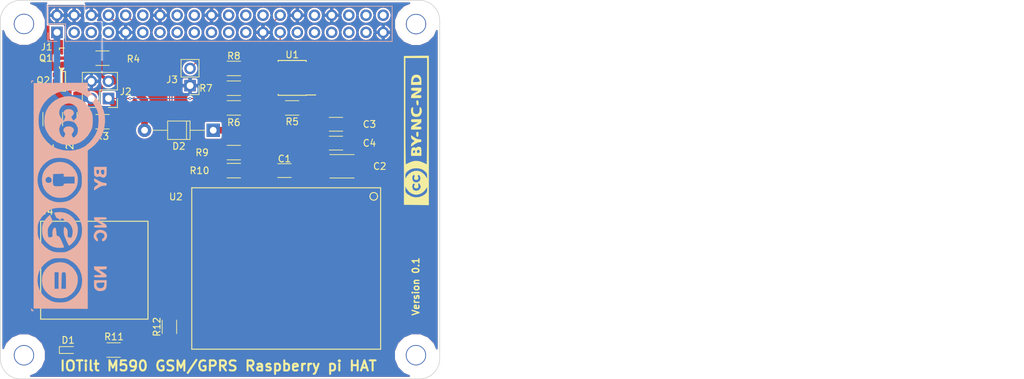
<source format=kicad_pcb>
(kicad_pcb (version 4) (host pcbnew 4.0.6-e0-6349~53~ubuntu16.04.1)
  (layers (0 F.Cu signal hide) (1 In1.Cu signal hide) (2 In2.Cu signal hide) (31 B.Cu signal hide) (34 B.Paste user) (35 F.Paste user) (36 B.SilkS user) (37 F.SilkS user) (38 B.Mask user) (39 F.Mask user) (44 Edge.Cuts user))
  (net 0 "")
  (net 1 GND)
  (net 2 /ID_SD_EEPROM)
  (net 3 /ID_SC_EEPROM)
  (net 4 "Net-(Q1-Pad1)")
  (net 5 "Net-(Q2-Pad1)")
  (net 6 /P5V_HAT)
  (net 7 /P3V3)
  (net 8 /P5V)
  (net 9 /RXD)
  (net 10 /M590/VBAT)
  (net 11 "Net-(D1-Pad2)")
  (net 12 "Net-(J3-Pad2)")
  (net 13 /TXD)
  (net 14 "Net-(R11-Pad1)")
  (net 15 "Net-(J4-Pad7)")
  (net 16 "Net-(J4-Pad1)")
  (net 17 "Net-(J4-Pad2)")
  (net 18 "Net-(J4-Pad3)")
  (net 19 /P3V3_HAT)
  (net 20 /M590/mRXD)
  (net 21 /M590/mTXD)
  (module Resistors_SMD:R_1206_HandSoldering (layer F.Cu) (at 113.087 73.815)
    (fp_text reference R7 (at -4.1275 0) (layer F.SilkS))
    (fp_text value 3.9K)
    (pad 1 smd rect (at -2 0) (size 2 1.7) (layers F.Cu F.Paste F.Mask) (net 7 /P3V3))
    (pad 2 smd rect (at 2 0) (size 2 1.7) (layers F.Cu F.Paste F.Mask) (net 2 /ID_SD_EEPROM))
  )
  (module TO_SOT_Packages_SMD:SOT-23 (layer F.Cu) (at 87.941 69.37 90)
    (fp_text reference Q1 (at 0 -2.667 180) (layer F.SilkS))
    (fp_text value DMG2305UX)
    (pad 1 smd rect (at -0.95 1.00076 90) (size 0.8001 0.8001) (layers F.Cu F.Paste F.Mask) (net 4 "Net-(Q1-Pad1)"))
    (pad 2 smd rect (at 0.95 1.00076 90) (size 0.8001 0.8001) (layers F.Cu F.Paste F.Mask) (net 6 /P5V_HAT))
    (pad 3 smd rect (at 0 -0.99822 90) (size 0.8001 0.8001) (layers F.Cu F.Paste F.Mask) (net 8 /P5V))
  )
  (module TO_SOT_Packages_SMD:SOT-23-6 (layer F.Cu) (at 87.941 72.799)
    (fp_text reference Q2 (at -3.048 -0.127) (layer F.SilkS))
    (fp_text value DMMT5401)
    (pad 1 smd rect (at -1.1 -0.95) (size 1.06 0.65) (layers F.Cu F.Paste F.Mask) (net 5 "Net-(Q2-Pad1)"))
    (pad 2 smd rect (at -1.1 0) (size 1.06 0.65) (layers F.Cu F.Paste F.Mask) (net 5 "Net-(Q2-Pad1)"))
    (pad 3 smd rect (at -1.1 0.95) (size 1.06 0.65) (layers F.Cu F.Paste F.Mask) (net 5 "Net-(Q2-Pad1)"))
    (pad 4 smd rect (at 1.1 0.95) (size 1.06 0.65) (layers F.Cu F.Paste F.Mask) (net 4 "Net-(Q1-Pad1)"))
    (pad 6 smd rect (at 1.1 -0.95) (size 1.06 0.65) (layers F.Cu F.Paste F.Mask) (net 8 /P5V))
    (pad 5 smd rect (at 1.1 0) (size 1.06 0.65) (layers F.Cu F.Paste F.Mask) (net 6 /P5V_HAT))
  )
  (module project_footprints:NPTH_3mm_ID (layer F.Cu) (at 82.04 64.31)
    (fp_text reference H1 (at 0.06 0.09) (layer F.SilkS))
    (fp_text value 3mm_Mounting_Hole)
    (pad "" np_thru_hole circle (at 0 0) (size 3 3) (drill 2.75) (layers *.Cu *.Mask) (clearance 1.6))
  )
  (module project_footprints:NPTH_3mm_ID (layer F.Cu) (at 140.04 64.33)
    (fp_text reference H2 (at 0.06 0.09) (layer F.SilkS))
    (fp_text value 3mm_Mounting_Hole)
    (pad "" np_thru_hole circle (at 0 0) (size 3 3) (drill 2.75) (layers *.Cu *.Mask) (clearance 1.6))
  )
  (module project_footprints:NPTH_3mm_ID (layer F.Cu) (at 82.04 113.32)
    (fp_text reference H3 (at 0.06 0.09) (layer F.SilkS))
    (fp_text value 3mm_Mounting_Hole)
    (pad "" np_thru_hole circle (at 0 0) (size 3 3) (drill 2.75) (layers *.Cu *.Mask) (clearance 1.6))
  )
  (module project_footprints:NPTH_3mm_ID (layer F.Cu) (at 140.03 113.31)
    (fp_text reference H4 (at 0.06 0.09) (layer F.SilkS))
    (fp_text value 3mm_Mounting_Hole)
    (pad "" np_thru_hole circle (at 0 0) (size 3 3) (drill 2.75) (layers *.Cu *.Mask) (clearance 1.6))
  )
  (module Resistors_SMD:R_1206_HandSoldering (layer F.Cu) (at 85.909 78.387 270)
    (fp_text reference R1 (at 4.572 0 270) (layer F.SilkS))
    (fp_text value 22)
    (pad 1 smd rect (at -2 0 270) (size 2 1.7) (layers F.Cu F.Paste F.Mask) (net 5 "Net-(Q2-Pad1)"))
    (pad 2 smd rect (at 2 0 270) (size 2 1.7) (layers F.Cu F.Paste F.Mask) (net 1 GND))
  )
  (module Resistors_SMD:R_1206_HandSoldering (layer F.Cu) (at 88.83 78.387 270)
    (fp_text reference R2 (at 4.572 0 270) (layer F.SilkS))
    (fp_text value 22)
    (pad 1 smd rect (at -2 0 270) (size 2 1.7) (layers F.Cu F.Paste F.Mask) (net 4 "Net-(Q1-Pad1)"))
    (pad 2 smd rect (at 2 0 270) (size 2 1.7) (layers F.Cu F.Paste F.Mask) (net 1 GND))
  )
  (module Resistors_SMD:R_1206_HandSoldering (layer F.Cu) (at 113.087 76.736)
    (fp_text reference R6 (at 0 2.159) (layer F.SilkS))
    (fp_text value 10K)
    (pad 1 smd rect (at -2 0) (size 2 1.7) (layers F.Cu F.Paste F.Mask) (net 7 /P3V3))
    (pad 2 smd rect (at 2 0) (size 2 1.7) (layers F.Cu F.Paste F.Mask) (net 12 "Net-(J3-Pad2)"))
  )
  (module Resistors_SMD:R_1206_HandSoldering (layer F.Cu) (at 113.087 70.894)
    (fp_text reference R8 (at 0 -1.85) (layer F.SilkS))
    (fp_text value 3.9K)
    (pad 1 smd rect (at -2 0) (size 2 1.7) (layers F.Cu F.Paste F.Mask) (net 7 /P3V3))
    (pad 2 smd rect (at 2 0) (size 2 1.7) (layers F.Cu F.Paste F.Mask) (net 3 /ID_SC_EEPROM))
  )
  (module Resistors_SMD:R_1206_HandSoldering (layer F.Cu) (at 113.087 83.34 180)
    (fp_text reference R9 (at 4.699 0 180) (layer F.SilkS))
    (fp_text value 200)
    (pad 1 smd rect (at -2 0 180) (size 2 1.7) (layers F.Cu F.Paste F.Mask) (net 21 /M590/mTXD))
    (pad 2 smd rect (at 2 0 180) (size 2 1.7) (layers F.Cu F.Paste F.Mask) (net 13 /TXD))
  )
  (module Resistors_SMD:R_1206_HandSoldering (layer F.Cu) (at 95.307 112.55 180)
    (fp_text reference R11 (at -0.0635 1.9685 180) (layer F.SilkS))
    (fp_text value 4.7K)
    (pad 1 smd rect (at -2 0 180) (size 2 1.7) (layers F.Cu F.Paste F.Mask) (net 14 "Net-(R11-Pad1)"))
    (pad 2 smd rect (at 2 0 180) (size 2 1.7) (layers F.Cu F.Paste F.Mask) (net 11 "Net-(D1-Pad2)"))
  )
  (module Capacitors_SMD:C_1812_HandSoldering (layer F.Cu) (at 129.089 85.372)
    (fp_text reference C2 (at 5.588 0) (layer F.SilkS))
    (fp_text value 470µF)
    (pad 1 smd rect (at -2.9 0) (size 2.2 3) (layers F.Cu F.Paste F.Mask) (net 10 /M590/VBAT))
    (pad 2 smd rect (at 2.9 0) (size 2.2 3) (layers F.Cu F.Paste F.Mask) (net 1 GND))
  )
  (module LEDs:LED_0603 (layer F.Cu) (at 88.576 112.55)
    (fp_text reference D1 (at 0 -1.4605) (layer F.SilkS))
    (fp_text value LED)
    (pad 2 smd rect (at 0.8 0 180) (size 0.8 0.8) (layers F.Cu F.Paste F.Mask) (net 11 "Net-(D1-Pad2)"))
    (pad 1 smd rect (at -0.8 0 180) (size 0.8 0.8) (layers F.Cu F.Paste F.Mask) (net 1 GND))
  )
  (module Diodes_ThroughHole:D_T-1_P10.16mm_Horizontal (layer F.Cu) (at 110.039 80.038 180)
    (fp_text reference D2 (at 5.08 -2.36 180) (layer F.SilkS))
    (fp_text value 1N4007)
    (pad 1 thru_hole rect (at 0 0 180) (size 2 2) (drill 1) (layers *.Cu *.Mask) (net 10 /M590/VBAT))
    (pad 2 thru_hole oval (at 10.16 0 180) (size 2 2) (drill 1) (layers *.Cu *.Mask) (net 8 /P5V))
  )
  (module Resistors_SMD:R_1206_HandSoldering (layer F.Cu) (at 93.656 78.768)
    (fp_text reference R3 (at 0 2.159) (layer F.SilkS))
    (fp_text value DNP)
    (pad 1 smd rect (at -2 0) (size 2 1.7) (layers F.Cu F.Paste F.Mask) (net 19 /P3V3_HAT))
    (pad 2 smd rect (at 2 0) (size 2 1.7) (layers F.Cu F.Paste F.Mask) (net 7 /P3V3))
  )
  (module Resistors_SMD:R_1206_HandSoldering (layer F.Cu) (at 93.656 69.37)
    (fp_text reference R4 (at 4.572 0.127) (layer F.SilkS))
    (fp_text value DNP)
    (pad 1 smd rect (at -2 0) (size 2 1.7) (layers F.Cu F.Paste F.Mask) (net 6 /P5V_HAT))
    (pad 2 smd rect (at 2 0) (size 2 1.7) (layers F.Cu F.Paste F.Mask) (net 8 /P5V))
  )
  (module Resistors_SMD:R_1206_HandSoldering (layer F.Cu) (at 121.723 76.736)
    (fp_text reference R5 (at 0 2.032) (layer F.SilkS))
    (fp_text value DNP)
    (pad 1 smd rect (at -2 0) (size 2 1.7) (layers F.Cu F.Paste F.Mask) (net 12 "Net-(J3-Pad2)"))
    (pad 2 smd rect (at 2 0) (size 2 1.7) (layers F.Cu F.Paste F.Mask) (net 1 GND))
  )
  (module Resistors_SMD:R_1206_HandSoldering (layer F.Cu) (at 113.087 86.007 180)
    (fp_text reference R10 (at 5.08 0 180) (layer F.SilkS))
    (fp_text value 200)
    (pad 1 smd rect (at -2 0 180) (size 2 1.7) (layers F.Cu F.Paste F.Mask) (net 20 /M590/mRXD))
    (pad 2 smd rect (at 2 0 180) (size 2 1.7) (layers F.Cu F.Paste F.Mask) (net 9 /RXD))
  )
  (module Resistors_SMD:R_1206_HandSoldering (layer F.Cu) (at 103.562 109.121 90)
    (fp_text reference R12 (at 0 -1.85 90) (layer F.SilkS))
    (fp_text value 10K)
    (pad 1 smd rect (at -2 0 90) (size 2 1.7) (layers F.Cu F.Paste F.Mask) (net 15 "Net-(J4-Pad7)"))
    (pad 2 smd rect (at 2 0 90) (size 2 1.7) (layers F.Cu F.Paste F.Mask) (net 16 "Net-(J4-Pad1)"))
  )
  (module Housings_SOIC:SOIC-8_3.9x4.9mm_Pitch1.27mm (layer F.Cu) (at 121.723 72.291 180)
    (fp_text reference U1 (at 0 3.429 180) (layer F.SilkS))
    (fp_text value CAT24C32)
    (pad 1 smd rect (at -2.7 -1.905 180) (size 1.55 0.6) (layers F.Cu F.Paste F.Mask) (net 1 GND))
    (pad 2 smd rect (at -2.7 -0.635 180) (size 1.55 0.6) (layers F.Cu F.Paste F.Mask) (net 1 GND))
    (pad 3 smd rect (at -2.7 0.635 180) (size 1.55 0.6) (layers F.Cu F.Paste F.Mask) (net 1 GND))
    (pad 4 smd rect (at -2.7 1.905 180) (size 1.55 0.6) (layers F.Cu F.Paste F.Mask) (net 1 GND))
    (pad 5 smd rect (at 2.7 1.905 180) (size 1.55 0.6) (layers F.Cu F.Paste F.Mask) (net 3 /ID_SC_EEPROM))
    (pad 6 smd rect (at 2.7 0.635 180) (size 1.55 0.6) (layers F.Cu F.Paste F.Mask) (net 2 /ID_SD_EEPROM))
    (pad 7 smd rect (at 2.7 -0.635 180) (size 1.55 0.6) (layers F.Cu F.Paste F.Mask) (net 12 "Net-(J3-Pad2)"))
    (pad 8 smd rect (at 2.7 -1.905 180) (size 1.55 0.6) (layers F.Cu F.Paste F.Mask) (net 7 /P3V3))
  )
  (module project_footprints:NeowayM590 (layer F.Cu) (at 131.248 89.817 270)
    (fp_text reference U2 (at 0.0635 26.7335 360) (layer F.SilkS))
    (fp_text value NeowayM590)
    (pad 14 smd rect (at 21.336 15.24 270) (size 2.4 1.8) (layers F.Cu F.Paste F.Mask) (net 16 "Net-(J4-Pad1)"))
    (pad 1 smd rect (at 0 0 270) (size 2.4 1.8) (layers F.Cu F.Paste F.Mask) (net 1 GND))
    (pad 2 smd rect (at 0 2.54 270) (size 2.4 1.8) (layers F.Cu F.Paste F.Mask) (net 10 /M590/VBAT))
    (pad 3 smd rect (at 0 5.08 270) (size 2.4 1.8) (layers F.Cu F.Paste F.Mask) (net 10 /M590/VBAT))
    (pad 4 smd rect (at 0 7.62 270) (size 2.4 1.8) (layers F.Cu F.Paste F.Mask) (net 1 GND))
    (pad 5 smd rect (at 0 10.16 270) (size 2.4 1.8) (layers F.Cu F.Paste F.Mask) (net 14 "Net-(R11-Pad1)"))
    (pad 6 smd rect (at 0 12.7 270) (size 2.4 1.8) (layers F.Cu F.Paste F.Mask))
    (pad 7 smd rect (at 0 15.24 270) (size 2.4 1.8) (layers F.Cu F.Paste F.Mask) (net 20 /M590/mRXD))
    (pad 8 smd rect (at 0 17.78 270) (size 2.4 1.8) (layers F.Cu F.Paste F.Mask) (net 21 /M590/mTXD))
    (pad 9 smd rect (at 0 20.32 270) (size 2.4 1.8) (layers F.Cu F.Paste F.Mask))
    (pad 10 smd rect (at 0 22.86 270) (size 2.4 1.8) (layers F.Cu F.Paste F.Mask))
    (pad 11 smd rect (at 21.336 22.86 270) (size 2.4 1.8) (layers F.Cu F.Paste F.Mask) (net 15 "Net-(J4-Pad7)"))
    (pad 12 smd rect (at 21.336 20.32 270) (size 2.4 1.8) (layers F.Cu F.Paste F.Mask) (net 18 "Net-(J4-Pad3)"))
    (pad 13 smd rect (at 21.336 17.78 270) (size 2.4 1.8) (layers F.Cu F.Paste F.Mask) (net 17 "Net-(J4-Pad2)"))
    (pad 15 smd rect (at 21.336 12.7 270) (size 2.4 1.8) (layers F.Cu F.Paste F.Mask) (net 1 GND))
    (pad 16 smd rect (at 21.336 10.16 270) (size 2.4 1.8) (layers F.Cu F.Paste F.Mask))
    (pad 17 smd rect (at 21.336 7.62 270) (size 2.4 1.8) (layers F.Cu F.Paste F.Mask))
    (pad 18 smd rect (at 21.336 5.08 270) (size 2.4 1.8) (layers F.Cu F.Paste F.Mask))
    (pad 19 smd rect (at 21.336 2.54 270) (size 2.4 1.8) (layers F.Cu F.Paste F.Mask) (net 1 GND))
    (pad 20 smd rect (at 21.336 0 270) (size 2.4 1.8) (layers F.Cu F.Paste F.Mask) (net 1 GND))
    (pad 21 smd rect (at 21.336 -2.54 270) (size 1.6 1.2) (layers F.Cu F.Paste F.Mask))
  )
  (module Capacitors_SMD:C_1206_HandSoldering (layer F.Cu) (at 120.58 86.007)
    (fp_text reference C1 (at 0 -1.75) (layer F.SilkS))
    (fp_text value 100pF)
    (pad 1 smd rect (at -2 0) (size 2 1.6) (layers F.Cu F.Paste F.Mask) (net 20 /M590/mRXD))
    (pad 2 smd rect (at 2 0) (size 2 1.6) (layers F.Cu F.Paste F.Mask) (net 1 GND))
  )
  (module Capacitors_SMD:C_1206_HandSoldering (layer F.Cu) (at 128.2 79.149)
    (fp_text reference C3 (at 4.953 0) (layer F.SilkS))
    (fp_text value 0.1µF)
    (pad 1 smd rect (at -2 0) (size 2 1.6) (layers F.Cu F.Paste F.Mask) (net 10 /M590/VBAT))
    (pad 2 smd rect (at 2 0) (size 2 1.6) (layers F.Cu F.Paste F.Mask) (net 1 GND))
  )
  (module Capacitors_SMD:C_1206_HandSoldering (layer F.Cu) (at 128.2 81.943)
    (fp_text reference C4 (at 4.953 0) (layer F.SilkS))
    (fp_text value 100pF)
    (pad 1 smd rect (at -2 0) (size 2 1.6) (layers F.Cu F.Paste F.Mask) (net 10 /M590/VBAT))
    (pad 2 smd rect (at 2 0) (size 2 1.6) (layers F.Cu F.Paste F.Mask) (net 1 GND))
  )
  (module Pin_Headers:Pin_Header_Straight_2x02_Pitch2.54mm (layer F.Cu) (at 94.545 75.339 180)
    (fp_text reference J2 (at -2.54 1.016 180) (layer F.SilkS))
    (fp_text value CONN_02X02)
    (pad 1 thru_hole rect (at 0 0 180) (size 1.7 1.7) (drill 1) (layers *.Cu *.Mask) (net 7 /P3V3))
    (pad 2 thru_hole oval (at 2.54 0 180) (size 1.7 1.7) (drill 1) (layers *.Cu *.Mask) (net 19 /P3V3_HAT))
    (pad 3 thru_hole oval (at 0 2.54 180) (size 1.7 1.7) (drill 1) (layers *.Cu *.Mask) (net 8 /P5V))
    (pad 4 thru_hole oval (at 2.54 2.54 180) (size 1.7 1.7) (drill 1) (layers *.Cu *.Mask) (net 6 /P5V_HAT))
  )
  (module Pin_Headers:Pin_Header_Straight_1x02_Pitch2.54mm (layer F.Cu) (at 106.61 73.434 180)
    (fp_text reference J3 (at 2.667 0.889 180) (layer F.SilkS))
    (fp_text value CONN_01X02)
    (pad 1 thru_hole rect (at 0 0 180) (size 1.7 1.7) (drill 1) (layers *.Cu *.Mask) (net 1 GND))
    (pad 2 thru_hole oval (at 0 2.54 180) (size 1.7 1.7) (drill 1) (layers *.Cu *.Mask) (net 12 "Net-(J3-Pad2)"))
  )
  (module Socket_Strips:Socket_Strip_Straight_2x20_Pitch2.54mm (layer B.Cu) (at 86.925 65.56 270)
    (fp_text reference J1 (at 2.159 1.524 360) (layer F.SilkS))
    (fp_text value 40HAT)
    (pad 1 thru_hole rect (at 0 0 270) (size 1.7 1.7) (drill 1) (layers *.Cu *.Mask) (net 19 /P3V3_HAT))
    (pad 2 thru_hole oval (at -2.54 0 270) (size 1.7 1.7) (drill 1) (layers *.Cu *.Mask) (net 6 /P5V_HAT))
    (pad 3 thru_hole oval (at 0 -2.54 270) (size 1.7 1.7) (drill 1) (layers *.Cu *.Mask))
    (pad 4 thru_hole oval (at -2.54 -2.54 270) (size 1.7 1.7) (drill 1) (layers *.Cu *.Mask) (net 6 /P5V_HAT))
    (pad 5 thru_hole oval (at 0 -5.08 270) (size 1.7 1.7) (drill 1) (layers *.Cu *.Mask))
    (pad 6 thru_hole oval (at -2.54 -5.08 270) (size 1.7 1.7) (drill 1) (layers *.Cu *.Mask) (net 1 GND))
    (pad 7 thru_hole oval (at 0 -7.62 270) (size 1.7 1.7) (drill 1) (layers *.Cu *.Mask))
    (pad 8 thru_hole oval (at -2.54 -7.62 270) (size 1.7 1.7) (drill 1) (layers *.Cu *.Mask) (net 9 /RXD))
    (pad 9 thru_hole oval (at 0 -10.16 270) (size 1.7 1.7) (drill 1) (layers *.Cu *.Mask) (net 1 GND))
    (pad 10 thru_hole oval (at -2.54 -10.16 270) (size 1.7 1.7) (drill 1) (layers *.Cu *.Mask) (net 13 /TXD))
    (pad 11 thru_hole oval (at 0 -12.7 270) (size 1.7 1.7) (drill 1) (layers *.Cu *.Mask))
    (pad 12 thru_hole oval (at -2.54 -12.7 270) (size 1.7 1.7) (drill 1) (layers *.Cu *.Mask))
    (pad 13 thru_hole oval (at 0 -15.24 270) (size 1.7 1.7) (drill 1) (layers *.Cu *.Mask))
    (pad 14 thru_hole oval (at -2.54 -15.24 270) (size 1.7 1.7) (drill 1) (layers *.Cu *.Mask) (net 1 GND))
    (pad 15 thru_hole oval (at 0 -17.78 270) (size 1.7 1.7) (drill 1) (layers *.Cu *.Mask))
    (pad 16 thru_hole oval (at -2.54 -17.78 270) (size 1.7 1.7) (drill 1) (layers *.Cu *.Mask))
    (pad 17 thru_hole oval (at 0 -20.32 270) (size 1.7 1.7) (drill 1) (layers *.Cu *.Mask))
    (pad 18 thru_hole oval (at -2.54 -20.32 270) (size 1.7 1.7) (drill 1) (layers *.Cu *.Mask))
    (pad 19 thru_hole oval (at 0 -22.86 270) (size 1.7 1.7) (drill 1) (layers *.Cu *.Mask))
    (pad 20 thru_hole oval (at -2.54 -22.86 270) (size 1.7 1.7) (drill 1) (layers *.Cu *.Mask) (net 1 GND))
    (pad 21 thru_hole oval (at 0 -25.4 270) (size 1.7 1.7) (drill 1) (layers *.Cu *.Mask))
    (pad 22 thru_hole oval (at -2.54 -25.4 270) (size 1.7 1.7) (drill 1) (layers *.Cu *.Mask))
    (pad 23 thru_hole oval (at 0 -27.94 270) (size 1.7 1.7) (drill 1) (layers *.Cu *.Mask))
    (pad 24 thru_hole oval (at -2.54 -27.94 270) (size 1.7 1.7) (drill 1) (layers *.Cu *.Mask))
    (pad 25 thru_hole oval (at 0 -30.48 270) (size 1.7 1.7) (drill 1) (layers *.Cu *.Mask) (net 1 GND))
    (pad 26 thru_hole oval (at -2.54 -30.48 270) (size 1.7 1.7) (drill 1) (layers *.Cu *.Mask))
    (pad 27 thru_hole oval (at 0 -33.02 270) (size 1.7 1.7) (drill 1) (layers *.Cu *.Mask) (net 2 /ID_SD_EEPROM))
    (pad 28 thru_hole oval (at -2.54 -33.02 270) (size 1.7 1.7) (drill 1) (layers *.Cu *.Mask) (net 3 /ID_SC_EEPROM))
    (pad 29 thru_hole oval (at 0 -35.56 270) (size 1.7 1.7) (drill 1) (layers *.Cu *.Mask))
    (pad 30 thru_hole oval (at -2.54 -35.56 270) (size 1.7 1.7) (drill 1) (layers *.Cu *.Mask) (net 1 GND))
    (pad 31 thru_hole oval (at 0 -38.1 270) (size 1.7 1.7) (drill 1) (layers *.Cu *.Mask))
    (pad 32 thru_hole oval (at -2.54 -38.1 270) (size 1.7 1.7) (drill 1) (layers *.Cu *.Mask))
    (pad 33 thru_hole oval (at 0 -40.64 270) (size 1.7 1.7) (drill 1) (layers *.Cu *.Mask))
    (pad 34 thru_hole oval (at -2.54 -40.64 270) (size 1.7 1.7) (drill 1) (layers *.Cu *.Mask) (net 1 GND))
    (pad 35 thru_hole oval (at 0 -43.18 270) (size 1.7 1.7) (drill 1) (layers *.Cu *.Mask))
    (pad 36 thru_hole oval (at -2.54 -43.18 270) (size 1.7 1.7) (drill 1) (layers *.Cu *.Mask))
    (pad 37 thru_hole oval (at 0 -45.72 270) (size 1.7 1.7) (drill 1) (layers *.Cu *.Mask))
    (pad 38 thru_hole oval (at -2.54 -45.72 270) (size 1.7 1.7) (drill 1) (layers *.Cu *.Mask))
    (pad 39 thru_hole oval (at 0 -48.26 270) (size 1.7 1.7) (drill 1) (layers *.Cu *.Mask) (net 1 GND))
    (pad 40 thru_hole oval (at -2.54 -48.26 270) (size 1.7 1.7) (drill 1) (layers *.Cu *.Mask))
  )
  (module project_footprints:LOGO_CC-by-nc-nd-eu (layer B.Cu) (at 89.0205 89.69 270)
    (fp_text reference G*** hide)
    (fp_text value LOGO hide)
  )
  (module project_footprints:LOGO_CC-by-nc-nd-small (layer F.Cu) (at 140.0745 80.1015 90)
    (fp_text reference G*** hide)
    (fp_text value LOGO hide)
  )
  (module project_footprints:MicroSIMSocket (layer F.Cu) (at 84.512 100.739 270)
    (fp_text reference J4 (at -8.6995 -1.016 540) (layer F.SilkS))
    (fp_text value Micro_SIM_Card)
    (pad 5 smd rect (at -3.429 0 270) (size 1 1.2) (layers F.Cu F.Paste F.Mask) (net 1 GND))
    (pad 1 smd rect (at -2.159 0 270) (size 1 1.2) (layers F.Cu F.Paste F.Mask) (net 16 "Net-(J4-Pad1)"))
    (pad 6 smd rect (at -0.889 0 270) (size 1 1.2) (layers F.Cu F.Paste F.Mask))
    (pad 2 smd rect (at 0.381 0 270) (size 1 1.2) (layers F.Cu F.Paste F.Mask) (net 17 "Net-(J4-Pad2)"))
    (pad 7 smd rect (at 1.651 0 270) (size 1 1.2) (layers F.Cu F.Paste F.Mask) (net 15 "Net-(J4-Pad7)"))
    (pad 3 smd rect (at 2.921 0 270) (size 1 1.2) (layers F.Cu F.Paste F.Mask) (net 18 "Net-(J4-Pad3)"))
    (pad 5 smd rect (at -7.239 -10.795 270) (size 1.5 1.7) (layers F.Cu F.Paste F.Mask) (net 1 GND))
    (pad 5 smd rect (at 7.239 -10.795 270) (size 1.5 1.7) (layers F.Cu F.Paste F.Mask) (net 1 GND))
  )
  (gr_text "Version 0.1" (at 140.011 103.152 90) (layer F.SilkS) (effects (font (size 1 1) (thickness 0.2))))
  (gr_text "IOTilt M590 GSM/GPRS Raspberry pi HAT" (at 110.801 114.8995) (layer F.SilkS) (effects (font (size 1.5 1.5) (thickness 0.3))))
  (gr_line (start 78.546356 63.817611) (end 78.546356 113.817611) (layer Edge.Cuts) (width 0.1))
  (gr_arc (start 81.546356 63.817611) (end 81.546356 60.817611) (angle -90) (layer Edge.Cuts) (width 0.1))
  (gr_line (start 140.546356 60.817611) (end 81.546356 60.817611) (layer Edge.Cuts) (width 0.1))
  (gr_arc (start 140.546356 63.817611) (end 143.546356 63.817611) (angle -90) (layer Edge.Cuts) (width 0.1))
  (gr_line (start 143.546356 113.817611) (end 143.546356 63.817611) (layer Edge.Cuts) (width 0.1))
  (gr_arc (start 81.546356 113.817611) (end 78.546356 113.817611) (angle -90) (layer Edge.Cuts) (width 0.1))
  (gr_line (start 81.546356 116.817611) (end 140.546356 116.817611) (layer Edge.Cuts) (width 0.1))
  (gr_arc (start 140.546356 113.817611) (end 140.546356 116.817611) (angle -89.9) (layer Edge.Cuts) (width 0.1))
  (segment (start 117.024 73.053) (end 117.278 72.799) (width 0.15) (layer F.Cu) (net 2))
  (segment (start 117.278 72.799) (end 117.278 72.164) (width 0.15) (layer F.Cu) (net 2))
  (segment (start 116.643 73.434) (end 117.024 73.053) (width 0.15) (layer F.Cu) (net 2))
  (segment (start 117.278 72.164) (end 117.786 71.656) (width 0.15) (layer F.Cu) (net 2))
  (segment (start 117.786 71.656) (end 119.023 71.656) (width 0.15) (layer F.Cu) (net 2))
  (segment (start 115.087 73.815) (end 116.262 73.815) (width 0.15) (layer F.Cu) (net 2))
  (segment (start 116.262 73.815) (end 116.643 73.434) (width 0.15) (layer F.Cu) (net 2))
  (segment (start 118.421 71.656) (end 119.023 71.656) (width 0.15) (layer F.Cu) (net 2))
  (segment (start 120.072 71.656) (end 119.023 71.656) (width 0.15) (layer F.Cu) (net 2))
  (segment (start 119.945 65.56) (end 119.945 68.989) (width 0.15) (layer F.Cu) (net 2))
  (segment (start 119.945 68.989) (end 120.326 69.37) (width 0.15) (layer F.Cu) (net 2))
  (segment (start 120.326 69.37) (end 120.326 71.402) (width 0.15) (layer F.Cu) (net 2))
  (segment (start 120.326 71.402) (end 120.072 71.656) (width 0.15) (layer F.Cu) (net 2))
  (segment (start 119.94 65.59) (end 119.94 66.19) (width 0.15) (layer F.Cu) (net 2))
  (segment (start 119.94 66.06) (end 119.94 65.59) (width 0.25) (layer B.Cu) (net 2))
  (segment (start 118.675 66.195) (end 119.564 67.084) (width 0.15) (layer F.Cu) (net 3))
  (segment (start 119.564 69.845) (end 119.023 70.386) (width 0.15) (layer F.Cu) (net 3))
  (segment (start 119.564 67.084) (end 119.564 69.845) (width 0.15) (layer F.Cu) (net 3))
  (segment (start 117.151 70.894) (end 117.278 70.894) (width 0.15) (layer F.Cu) (net 3))
  (segment (start 117.786 70.386) (end 119.023 70.386) (width 0.15) (layer F.Cu) (net 3))
  (segment (start 115.087 70.894) (end 117.151 70.894) (width 0.15) (layer F.Cu) (net 3))
  (segment (start 117.278 70.894) (end 117.786 70.386) (width 0.15) (layer F.Cu) (net 3))
  (segment (start 119.945 63.02) (end 118.675 64.29) (width 0.15) (layer F.Cu) (net 3))
  (segment (start 118.675 64.29) (end 118.675 66.195) (width 0.15) (layer F.Cu) (net 3))
  (segment (start 119.94 63.05) (end 119.915 63.05) (width 0.15) (layer F.Cu) (net 3))
  (segment (start 119.94 63.05) (end 119.85 63.05) (width 0.15) (layer F.Cu) (net 3))
  (segment (start 88.94176 70.32) (end 88.94176 70.40124) (width 0.5) (layer F.Cu) (net 4))
  (segment (start 88.94176 70.40124) (end 87.941 71.402) (width 0.5) (layer F.Cu) (net 4))
  (segment (start 87.941 71.402) (end 87.941 73.434) (width 0.5) (layer F.Cu) (net 4))
  (segment (start 87.941 73.434) (end 88.256 73.749) (width 0.5) (layer F.Cu) (net 4))
  (segment (start 88.256 73.749) (end 89.041 73.749) (width 0.5) (layer F.Cu) (net 4))
  (segment (start 88.83 76.387) (end 88.83 73.96) (width 0.5) (layer F.Cu) (net 4))
  (segment (start 88.83 73.96) (end 89.041 73.749) (width 0.5) (layer F.Cu) (net 4))
  (segment (start 85.909 76.387) (end 85.909 74.681) (width 0.5) (layer F.Cu) (net 5))
  (segment (start 85.909 74.681) (end 86.841 73.749) (width 0.5) (layer F.Cu) (net 5))
  (segment (start 86.841 72.799) (end 86.841 73.749) (width 0.5) (layer F.Cu) (net 5))
  (segment (start 86.841 71.849) (end 86.841 72.799) (width 0.5) (layer F.Cu) (net 5))
  (segment (start 89.041 72.799) (end 92.005 72.799) (width 0.5) (layer F.Cu) (net 6))
  (segment (start 94.545 75.339) (end 97.72 75.339) (width 0.15) (layer F.Cu) (net 7))
  (segment (start 106.61 75.339) (end 111.087 75.339) (width 0.15) (layer F.Cu) (net 7))
  (via (at 106.61 75.339) (size 0.4) (drill 0.2) (layers F.Cu B.Cu) (net 7))
  (segment (start 97.72 75.339) (end 106.61 75.339) (width 0.15) (layer B.Cu) (net 7))
  (via (at 97.72 75.339) (size 0.4) (drill 0.2) (layers F.Cu B.Cu) (net 7))
  (segment (start 111.087 75.339) (end 111.055 75.339) (width 0.15) (layer F.Cu) (net 7))
  (segment (start 111.055 75.339) (end 111.087 75.339) (width 0.15) (layer F.Cu) (net 7))
  (segment (start 110.579 76.228) (end 111.087 76.736) (width 0.15) (layer F.Cu) (net 7))
  (segment (start 110.42 73.815) (end 111.087 73.815) (width 0.15) (layer F.Cu) (net 7))
  (segment (start 95.656 78.768) (end 95.656 76.45) (width 1) (layer F.Cu) (net 7))
  (segment (start 95.656 76.45) (end 94.545 75.339) (width 1) (layer F.Cu) (net 7))
  (segment (start 119.023 74.196) (end 118.167 74.196) (width 0.15) (layer F.Cu) (net 7))
  (segment (start 112.357 78.006) (end 111.087 76.736) (width 0.15) (layer F.Cu) (net 7))
  (segment (start 116.389 78.006) (end 112.357 78.006) (width 0.15) (layer F.Cu) (net 7))
  (segment (start 116.643 77.752) (end 116.389 78.006) (width 0.15) (layer F.Cu) (net 7))
  (segment (start 116.643 76.101) (end 116.643 77.752) (width 0.15) (layer F.Cu) (net 7))
  (segment (start 117.913 74.831) (end 116.643 76.101) (width 0.15) (layer F.Cu) (net 7))
  (segment (start 117.913 74.45) (end 117.913 74.831) (width 0.15) (layer F.Cu) (net 7))
  (segment (start 118.167 74.196) (end 117.913 74.45) (width 0.15) (layer F.Cu) (net 7))
  (segment (start 111.087 73.815) (end 111.087 75.339) (width 0.15) (layer F.Cu) (net 7))
  (segment (start 111.087 75.339) (end 111.087 76.736) (width 0.15) (layer F.Cu) (net 7))
  (segment (start 111.087 70.894) (end 111.087 73.815) (width 0.15) (layer F.Cu) (net 7))
  (segment (start 95.656 69.37) (end 95.656 72.069) (width 1) (layer F.Cu) (net 8))
  (segment (start 95.656 72.069) (end 94.926 72.799) (width 1) (layer F.Cu) (net 8))
  (segment (start 94.926 72.799) (end 94.545 72.799) (width 1) (layer F.Cu) (net 8))
  (segment (start 94.545 72.799) (end 97.085 72.799) (width 1) (layer F.Cu) (net 8))
  (segment (start 97.085 72.799) (end 99.879 75.593) (width 1) (layer F.Cu) (net 8))
  (segment (start 99.879 75.593) (end 99.879 80.038) (width 1) (layer F.Cu) (net 8))
  (segment (start 94.545 72.799) (end 94.418 72.799) (width 0.5) (layer F.Cu) (net 8))
  (segment (start 94.418 72.799) (end 92.513 70.894) (width 0.5) (layer F.Cu) (net 8))
  (segment (start 89.973 70.894) (end 92.513 70.894) (width 0.5) (layer F.Cu) (net 8))
  (segment (start 94.545 72.291) (end 94.545 72.799) (width 0.5) (layer F.Cu) (net 8))
  (segment (start 86.94278 69.37) (end 89.592 69.37) (width 0.5) (layer F.Cu) (net 8))
  (segment (start 89.973 71.148) (end 89.272 71.849) (width 0.5) (layer F.Cu) (net 8))
  (segment (start 89.973 69.751) (end 89.973 70.894) (width 0.5) (layer F.Cu) (net 8))
  (segment (start 89.973 70.894) (end 89.973 71.148) (width 0.5) (layer F.Cu) (net 8))
  (segment (start 89.592 69.37) (end 89.973 69.751) (width 0.5) (layer F.Cu) (net 8))
  (segment (start 89.272 71.849) (end 89.041 71.849) (width 0.5) (layer F.Cu) (net 8))
  (segment (start 103.592998 77.371) (end 103.592998 77.388976) (width 0.15) (layer F.Cu) (net 9))
  (segment (start 109.658 85.499) (end 110.166 86.007) (width 0.15) (layer F.Cu) (net 9))
  (segment (start 109.658 83.453978) (end 109.658 85.499) (width 0.15) (layer F.Cu) (net 9))
  (segment (start 103.592998 77.388976) (end 109.658 83.453978) (width 0.15) (layer F.Cu) (net 9))
  (segment (start 110.166 86.007) (end 111.087 86.007) (width 0.15) (layer F.Cu) (net 9))
  (segment (start 96.323 66.703) (end 96.45 66.83) (width 0.15) (layer F.Cu) (net 9))
  (segment (start 96.45 66.83) (end 97.974 66.83) (width 0.15) (layer F.Cu) (net 9))
  (segment (start 95.815 66.195) (end 96.323 66.703) (width 0.15) (layer F.Cu) (net 9))
  (segment (start 103.592998 72.448998) (end 103.592998 77.371) (width 0.15) (layer F.Cu) (net 9))
  (segment (start 97.974 66.83) (end 103.592998 72.448998) (width 0.15) (layer F.Cu) (net 9))
  (segment (start 95.815 64.29) (end 94.545 63.02) (width 0.15) (layer F.Cu) (net 9))
  (segment (start 95.815 66.195) (end 95.815 64.29) (width 0.15) (layer F.Cu) (net 9))
  (segment (start 126.2 85.361) (end 126.189 85.372) (width 1) (layer F.Cu) (net 10))
  (segment (start 126.2 81.943) (end 126.2 85.361) (width 1) (layer F.Cu) (net 10))
  (segment (start 110.039 80.038) (end 126.2 80.038) (width 1) (layer F.Cu) (net 10))
  (segment (start 126.2 80.038) (end 126.168 80.038) (width 1) (layer F.Cu) (net 10))
  (segment (start 126.168 80.038) (end 126.2 80.038) (width 1) (layer F.Cu) (net 10))
  (segment (start 128.708 89.817) (end 126.168 89.817) (width 1) (layer F.Cu) (net 10))
  (segment (start 126.168 89.817) (end 126.189 89.796) (width 1) (layer F.Cu) (net 10))
  (segment (start 126.189 89.796) (end 126.189 81.954) (width 1) (layer F.Cu) (net 10))
  (segment (start 126.189 81.954) (end 126.2 81.943) (width 1) (layer F.Cu) (net 10))
  (segment (start 126.2 81.943) (end 126.2 80.038) (width 1) (layer F.Cu) (net 10))
  (segment (start 126.2 80.038) (end 126.2 79.149) (width 1) (layer F.Cu) (net 10))
  (segment (start 128.687 89.796) (end 128.708 89.817) (width 0.15) (layer F.Cu) (net 10))
  (segment (start 89.376 112.55) (end 93.307 112.55) (width 0.15) (layer F.Cu) (net 11))
  (segment (start 106.61 70.894) (end 108.261 69.243) (width 0.15) (layer F.Cu) (net 12))
  (segment (start 113.722 76.736) (end 115.087 76.736) (width 0.15) (layer F.Cu) (net 12))
  (segment (start 113.087 76.101) (end 113.722 76.736) (width 0.15) (layer F.Cu) (net 12))
  (segment (start 113.087 69.751) (end 113.087 76.101) (width 0.15) (layer F.Cu) (net 12))
  (segment (start 112.579 69.243) (end 113.087 69.751) (width 0.15) (layer F.Cu) (net 12))
  (segment (start 108.261 69.243) (end 112.579 69.243) (width 0.15) (layer F.Cu) (net 12))
  (segment (start 119.023 72.926) (end 120.072 72.926) (width 0.15) (layer F.Cu) (net 12))
  (segment (start 119.723 75.688) (end 119.723 76.736) (width 0.15) (layer F.Cu) (net 12))
  (segment (start 120.326 75.085) (end 119.723 75.688) (width 0.15) (layer F.Cu) (net 12))
  (segment (start 120.326 73.18) (end 120.326 75.085) (width 0.15) (layer F.Cu) (net 12))
  (segment (start 120.072 72.926) (end 120.326 73.18) (width 0.15) (layer F.Cu) (net 12))
  (segment (start 117.278 73.688) (end 117.278 73.434) (width 0.15) (layer F.Cu) (net 12))
  (segment (start 115.246 76.736) (end 117.278 74.704) (width 0.15) (layer F.Cu) (net 12))
  (segment (start 117.278 73.688) (end 117.278 74.704) (width 0.15) (layer F.Cu) (net 12))
  (segment (start 117.786 72.926) (end 119.023 72.926) (width 0.15) (layer F.Cu) (net 12))
  (segment (start 117.278 73.434) (end 117.786 72.926) (width 0.15) (layer F.Cu) (net 12))
  (segment (start 115.087 76.736) (end 115.246 76.736) (width 0.15) (layer F.Cu) (net 12))
  (segment (start 98.482 66.83) (end 98.355 66.703) (width 0.15) (layer F.Cu) (net 13))
  (segment (start 103.943 72.291) (end 103.943 77.244) (width 0.15) (layer F.Cu) (net 13))
  (segment (start 98.482 66.83) (end 103.943 72.291) (width 0.15) (layer F.Cu) (net 13))
  (segment (start 110.039 83.34) (end 103.943 77.244) (width 0.15) (layer F.Cu) (net 13))
  (segment (start 110.039 83.34) (end 111.087 83.34) (width 0.15) (layer F.Cu) (net 13))
  (segment (start 97.085 63.02) (end 97.212 63.02) (width 0.15) (layer F.Cu) (net 13))
  (segment (start 97.212 63.02) (end 98.355 64.163) (width 0.15) (layer F.Cu) (net 13))
  (segment (start 98.355 64.163) (end 98.355 66.703) (width 0.15) (layer F.Cu) (net 13))
  (segment (start 97.307 112.55) (end 97.307 110.74) (width 0.15) (layer F.Cu) (net 14))
  (segment (start 121.088 94.008) (end 121.088 89.817) (width 0.15) (layer F.Cu) (net 14))
  (segment (start 119.691 95.405) (end 121.088 94.008) (width 0.15) (layer F.Cu) (net 14))
  (segment (start 82.988 95.405) (end 119.691 95.405) (width 0.15) (layer F.Cu) (net 14))
  (segment (start 81.972 96.421) (end 82.988 95.405) (width 0.15) (layer F.Cu) (net 14))
  (segment (start 81.972 105.819) (end 81.972 96.421) (width 0.15) (layer F.Cu) (net 14))
  (segment (start 86.29 110.137) (end 81.972 105.819) (width 0.15) (layer F.Cu) (net 14))
  (segment (start 96.704 110.137) (end 86.29 110.137) (width 0.15) (layer F.Cu) (net 14))
  (segment (start 97.307 110.74) (end 96.704 110.137) (width 0.15) (layer F.Cu) (net 14))
  (segment (start 83.496 104.295) (end 83.75 104.549) (width 0.15) (layer F.Cu) (net 15))
  (segment (start 95.307 104.549) (end 95.815 105.057) (width 0.15) (layer F.Cu) (net 15))
  (segment (start 101.911 111.153) (end 103.53 111.153) (width 0.15) (layer F.Cu) (net 15))
  (segment (start 101.657 110.899) (end 101.911 111.153) (width 0.15) (layer F.Cu) (net 15))
  (segment (start 95.815 105.057) (end 101.657 110.899) (width 0.15) (layer F.Cu) (net 15))
  (segment (start 103.53 111.153) (end 103.562 111.121) (width 0.15) (layer F.Cu) (net 15))
  (segment (start 83.75 102.39) (end 83.496 102.644) (width 0.15) (layer F.Cu) (net 15))
  (segment (start 83.75 104.549) (end 95.307 104.549) (width 0.15) (layer F.Cu) (net 15))
  (segment (start 83.496 102.644) (end 83.496 104.295) (width 0.15) (layer F.Cu) (net 15))
  (segment (start 84.512 102.39) (end 83.75 102.39) (width 0.15) (layer F.Cu) (net 15))
  (segment (start 103.562 111.121) (end 108.356 111.121) (width 0.15) (layer F.Cu) (net 15))
  (segment (start 108.356 111.121) (end 108.388 111.153) (width 0.15) (layer F.Cu) (net 15))
  (segment (start 85.274 98.58) (end 85.401 98.707) (width 0.15) (layer F.Cu) (net 16))
  (segment (start 100.895 108.613) (end 103.592998 108.613) (width 0.15) (layer F.Cu) (net 16))
  (segment (start 95.688 103.406) (end 100.895 108.613) (width 0.15) (layer F.Cu) (net 16))
  (segment (start 86.149978 103.406) (end 95.688 103.406) (width 0.15) (layer F.Cu) (net 16))
  (segment (start 85.751002 103.007024) (end 86.149978 103.406) (width 0.15) (layer F.Cu) (net 16))
  (segment (start 85.751002 100.962002) (end 85.751002 103.007024) (width 0.15) (layer F.Cu) (net 16))
  (segment (start 85.401 100.612) (end 85.751002 100.962002) (width 0.15) (layer F.Cu) (net 16))
  (segment (start 85.401 98.707) (end 85.401 100.612) (width 0.15) (layer F.Cu) (net 16))
  (segment (start 105.467 108.613) (end 103.592998 108.613) (width 0.15) (layer F.Cu) (net 16))
  (segment (start 116.008 109.883) (end 114.738 108.613) (width 0.15) (layer F.Cu) (net 16))
  (segment (start 116.008 111.153) (end 116.008 109.883) (width 0.15) (layer F.Cu) (net 16))
  (segment (start 105.467 108.613) (end 114.738 108.613) (width 0.15) (layer F.Cu) (net 16))
  (segment (start 103.562 108.582002) (end 103.562 107.121) (width 0.15) (layer F.Cu) (net 16))
  (segment (start 103.592998 108.613) (end 103.562 108.582002) (width 0.15) (layer F.Cu) (net 16))
  (segment (start 85.274 98.58) (end 84.512 98.58) (width 0.15) (layer F.Cu) (net 16))
  (segment (start 102.8 106.359) (end 103.562 107.121) (width 0.15) (layer F.Cu) (net 16))
  (segment (start 95.434 103.817998) (end 95.565954 103.817998) (width 0.15) (layer F.Cu) (net 17))
  (segment (start 100.741956 108.994) (end 112.579 108.994) (width 0.15) (layer F.Cu) (net 17))
  (segment (start 95.565954 103.817998) (end 100.741956 108.994) (width 0.15) (layer F.Cu) (net 17))
  (segment (start 94.926 103.817998) (end 95.434 103.817998) (width 0.15) (layer F.Cu) (net 17))
  (segment (start 113.468 109.883) (end 113.468 111.153) (width 0.15) (layer F.Cu) (net 17))
  (segment (start 112.579 108.994) (end 113.468 109.883) (width 0.15) (layer F.Cu) (net 17))
  (segment (start 85.274 101.12) (end 85.401 101.247) (width 0.15) (layer F.Cu) (net 17))
  (segment (start 86.066998 103.817998) (end 94.926 103.817998) (width 0.15) (layer F.Cu) (net 17))
  (segment (start 85.401 103.152) (end 86.066998 103.817998) (width 0.15) (layer F.Cu) (net 17))
  (segment (start 85.401 101.247) (end 85.401 103.152) (width 0.15) (layer F.Cu) (net 17))
  (segment (start 84.512 101.12) (end 85.274 101.12) (width 0.15) (layer F.Cu) (net 17))
  (segment (start 95.307 104.168) (end 95.420978 104.168) (width 0.15) (layer F.Cu) (net 18))
  (segment (start 100.754978 109.502) (end 101.657 109.502) (width 0.15) (layer F.Cu) (net 18))
  (segment (start 95.420978 104.168) (end 100.754978 109.502) (width 0.15) (layer F.Cu) (net 18))
  (segment (start 85.274 103.66) (end 85.370002 103.66) (width 0.15) (layer F.Cu) (net 18))
  (segment (start 85.878002 104.168) (end 95.307 104.168) (width 0.15) (layer F.Cu) (net 18))
  (segment (start 85.370002 103.66) (end 85.878002 104.168) (width 0.15) (layer F.Cu) (net 18))
  (segment (start 110.166 109.502) (end 110.928 110.264) (width 0.15) (layer F.Cu) (net 18))
  (segment (start 101.657 109.502) (end 110.166 109.502) (width 0.15) (layer F.Cu) (net 18))
  (segment (start 110.928 110.264) (end 110.928 111.153) (width 0.15) (layer F.Cu) (net 18))
  (segment (start 85.274 103.66) (end 84.512 103.66) (width 0.15) (layer F.Cu) (net 18))
  (segment (start 86.925 65.56) (end 86.925 73.307) (width 1) (layer B.Cu) (net 19))
  (segment (start 88.957 75.339) (end 92.005 75.339) (width 1) (layer B.Cu) (net 19))
  (segment (start 86.925 73.307) (end 88.957 75.339) (width 1) (layer B.Cu) (net 19))
  (segment (start 92.005 75.339) (end 92.005 78.419) (width 1) (layer F.Cu) (net 19))
  (segment (start 92.005 78.419) (end 91.656 78.768) (width 1) (layer F.Cu) (net 19))
  (segment (start 115.087 86.007) (end 118.58 86.007) (width 0.15) (layer F.Cu) (net 20))
  (segment (start 116.008 89.817) (end 116.008 86.928) (width 0.15) (layer F.Cu) (net 20))
  (segment (start 116.008 86.928) (end 115.087 86.007) (width 0.15) (layer F.Cu) (net 20))
  (segment (start 115.976 89.785) (end 116.008 89.817) (width 0.15) (layer F.Cu) (net 20))
  (segment (start 115.976 89.785) (end 116.008 89.817) (width 0.15) (layer F.Cu) (net 20))
  (segment (start 115.087 83.34) (end 114.357 83.34) (width 0.15) (layer F.Cu) (net 21))
  (segment (start 113.468 84.229) (end 113.468 89.817) (width 0.15) (layer F.Cu) (net 21))
  (segment (start 114.357 83.34) (end 113.468 84.229) (width 0.15) (layer F.Cu) (net 21))
  (segment (start 113.436 89.785) (end 113.468 89.817) (width 0.15) (layer F.Cu) (net 21))
  (zone (net 6) (net_name /P5V_HAT) (layer B.Cu) (connect_pads (clearance 0.254)) (min_thickness 0.254) (fill yes (arc_segments 16) (thermal_gap 0.254) (thermal_bridge_width 0.508))
    (polygon (pts (xy 93.529 74.196) (xy 87.941 74.196) (xy 87.941 64.417) (xy 85.528 64.417) (xy 85.528 61.496) (xy 90.989 61.496) (xy 90.989 64.036) (xy 93.529 64.036)))
  )
  (zone (net 6) (net_name /P5V_HAT) (layer F.Cu) (connect_pads (clearance 0.254)) (min_thickness 0.254) (fill yes (arc_segments 16) (thermal_gap 0.254) (thermal_bridge_width 0.508))
    (polygon (pts (xy 93.529 69.624) (xy 87.941 69.624) (xy 87.941 64.417) (xy 85.528 64.417) (xy 85.528 61.496) (xy 90.989 61.496) (xy 90.989 64.036) (xy 93.529 64.036)))
  )
  (zone (net 0) (net_name "") (layer F.Cu) (connect_pads (clearance 2)) (min_thickness 0.254)
    (keepout (tracks not_allowed) (vias not_allowed) (copperpour not_allowed))
    (fill (arc_segments 16) (thermal_gap 0.254) (thermal_bridge_width 0.508))
    (polygon (pts (xy 91.116 63.909) (xy 93.656 63.909) (xy 93.656 69.751) (xy 92.894 69.751) (xy 92.894 70.513) (xy 88.957 70.513) (xy 88.957 69.37) (xy 87.814 69.37) (xy 87.814 64.544) (xy 85.401 64.544) (xy 85.401 61.369) (xy 91.116 61.369)))
  )
  (zone (net 1) (net_name GND) (layer F.Cu) (connect_pads (clearance 0.254)) (min_thickness 0.254) (fill yes (arc_segments 16) (thermal_gap 0.254) (thermal_bridge_width 0.508))
    (polygon (pts (xy 78.543 60.734) (xy 143.694 60.734) (xy 143.694 116.868) (xy 78.416 116.868) (xy 78.416 60.734)))
  )
  (zone (net 1) (net_name GND) (layer B.Cu) (connect_pads (clearance 0.254)) (min_thickness 0.254) (fill yes (arc_segments 16) (thermal_gap 0.254) (thermal_bridge_width 0.508))
    (polygon (pts (xy 78.543 60.861) (xy 143.567 60.861) (xy 143.567 116.868) (xy 78.543 116.868) (xy 78.543 60.988)))
  )
)
</source>
